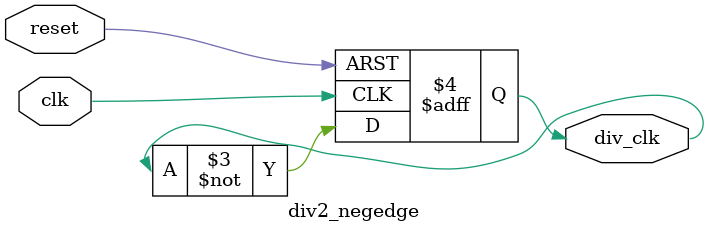
<source format=v>


/**
 * A clock by two divider which acts on negative clock and has a clocked ~reset
 *
 */
 
module div2_negedge(
	input reset,
	input clk,
	output reg div_clk);

always @(negedge clk or negedge reset) 
begin 
	if (~reset)
		div_clk <= 1'd1;
	else
		div_clk <= ~div_clk;
end
	
	
endmodule
</source>
